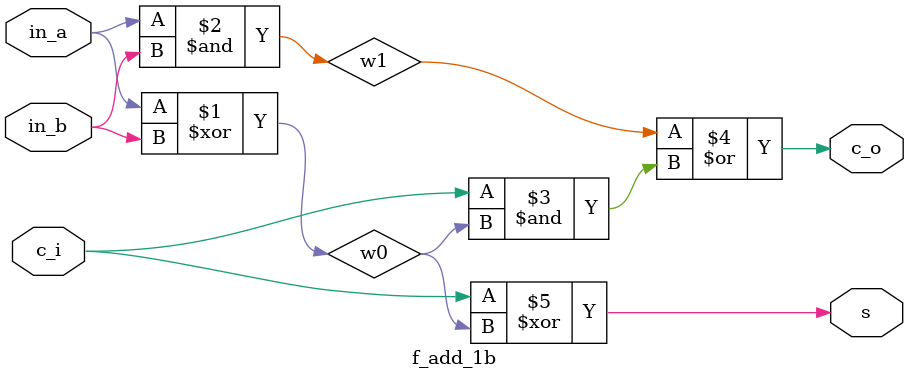
<source format=v>
`timescale 1ns / 1ps
module f_add_1b (
    output s,
    output c_o,
    input in_a,
    input in_b,
    input c_i
);
    wire w0;
    wire w1;
  /**
  xor delay 3 ns
  and delay 1ns
  or delay 1ns
  */

    assign #3 w0 = in_a ^ in_b;//xor
    assign #1 w1 = in_a & in_b;//and

    assign #2 c_o = w1 | (c_i & w0);//and + or
    
    assign #3 s = c_i ^ w0;//xor

endmodule
</source>
